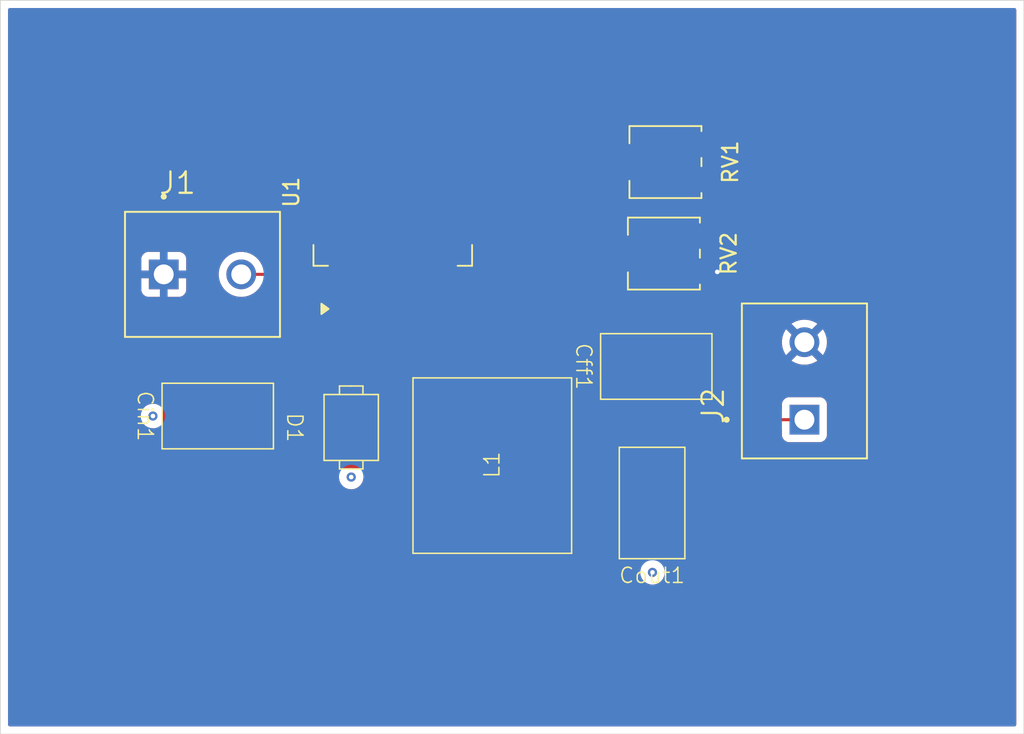
<source format=kicad_pcb>
(kicad_pcb (version 20241229) (generator "pcbnew") (generator_version "9.0")
  (layers (0 "F.Cu" signal) (2 "B.Cu" signal) (13 "F.Paste" user) (15 "B.Paste" user) (5 "F.SilkS" user "F.Silkscreen") (7 "B.SilkS" user "B.Silkscreen") (1 "F.Mask" user) (3 "B.Mask" user) (25 "Edge.Cuts" user))
  (net 0 "")
  (net 1 "Net-(U1-FB)")
  (net 2 "Net-(J2-Pin_1)")
  (net 3 "GND")
  (net 4 "Net-(J1-Pin_2)")
  (net 5 "Net-(D1-K)")
  (footprint "Potentiometer_SMD:Potentiometer_Bourns_3314J_Vertical" (layer "F.Cu") (at 64.5 34.6 -90)
    (property "Reference" "RV2" (at 0 -4.25 90) (layer "F.SilkS"))
    (property "Value" "R_Potentiometer_Trim")
    (fp_line (start -2.36 2.36) (end -2.36 -2.36) (stroke (width 0.12)) (layer "F.SilkS"))
    (fp_line (start -1.23 2.36) (end -2.36 2.36) (stroke (width 0.12)) (layer "F.SilkS"))
    (fp_line (start 2.36 2.36) (end 1.23 2.36) (stroke (width 0.12)) (layer "F.SilkS"))
    (fp_line (start -2.36 -2.36) (end -2.03 -2.36) (stroke (width 0.12)) (layer "F.SilkS"))
    (fp_line (start -0.27 -2.36) (end 0.27 -2.36) (stroke (width 0.12)) (layer "F.SilkS"))
    (fp_line (start 2.03 -2.36) (end 2.36 -2.36) (stroke (width 0.12)) (layer "F.SilkS"))
    (fp_line (start 2.36 -2.36) (end 2.36 2.36) (stroke (width 0.12)) (layer "F.SilkS"))
    (pad "1" smd roundrect (at 1.15 -2 270) (size 1.3 2) (layers "F.Cu" "F.Mask" "F.Paste") (roundrect_rratio 0.192308) (net 3 "GND"))
    (pad "2" smd roundrect (at 0 2 270) (size 2 2) (layers "F.Cu" "F.Mask" "F.Paste") (roundrect_rratio 0.125) (net 1 "Net-(U1-FB)"))
    (pad "3" smd roundrect (at -1.15 -2 270) (size 1.3 2) (layers "F.Cu" "F.Mask" "F.Paste") (roundrect_rratio 0.192308))
  )
  (footprint "aeroponics:36561040M101T" (layer "F.Cu") (at 53.225 48.45 90)
    (property "Reference" "L1" (at 0 0 90) (layer "F.SilkS") (effects (font (thickness 0.1))))
    (property "Value" "L")
    (fp_line (start 5.7 -5.175) (end 5.7 5.225) (stroke (width 0.1)) (layer "F.SilkS"))
    (fp_line (start -5.8 -5.175) (end 5.7 -5.175) (stroke (width 0.1)) (layer "F.SilkS"))
    (fp_line (start 5.7 5.225) (end -5.8 5.225) (stroke (width 0.1)) (layer "F.SilkS"))
    (fp_line (start -5.8 5.225) (end -5.8 -5.175) (stroke (width 0.1)) (layer "F.SilkS"))
    (pad "1" smd roundrect (at 0 -4.575 90) (size 1.75 1.55) (layers "F.Cu" "F.Mask" "F.Paste") (roundrect_rratio 0.15) (net 5 "Net-(D1-K)"))
    (pad "2" smd roundrect (at 0 4.625 90) (size 1.75 1.55) (layers "F.Cu" "F.Mask" "F.Paste") (roundrect_rratio 0.15) (net 2 "Net-(J2-Pin_1)"))
  )
  (footprint "aeroponics:MBRS360T3G" (layer "F.Cu") (at 44 46 -90)
    (property "Reference" "D1" (at 0 3.7 270) (layer "F.SilkS") (effects (font (thickness 0.1))))
    (property "Value" "D")
    (fp_line (start -2.16 1.78) (end -2.16 -1.78) (stroke (width 0.1)) (layer "F.SilkS"))
    (fp_line (start 2.16 1.78) (end -2.16 1.78) (stroke (width 0.1)) (layer "F.SilkS"))
    (fp_line (start -2.72 0.77) (end -2.19531 0.77) (stroke (width 0.1)) (layer "F.SilkS"))
    (fp_line (start 2.72 0.77) (end 2.19531 0.77) (stroke (width 0.1)) (layer "F.SilkS"))
    (fp_line (start -2.72 0) (end -2.72 0.77) (stroke (width 0.1)) (layer "F.SilkS"))
    (fp_line (start -2.72 0) (end -2.72 -0.77) (stroke (width 0.1)) (layer "F.SilkS"))
    (fp_line (start 2.72 0) (end 2.72 0.77) (stroke (width 0.1)) (layer "F.SilkS"))
    (fp_line (start 2.72 0) (end 2.72 -0.77) (stroke (width 0.1)) (layer "F.SilkS"))
    (fp_line (start -2.72 -0.77) (end -2.2 -0.77) (stroke (width 0.1)) (layer "F.SilkS"))
    (fp_line (start 2.72 -0.77) (end 2.2 -0.77) (stroke (width 0.1)) (layer "F.SilkS"))
    (fp_line (start -2.16 -1.78) (end 2.16 -1.78) (stroke (width 0.1)) (layer "F.SilkS"))
    (fp_line (start 2.16 -1.78) (end 2.16 1.78) (stroke (width 0.1)) (layer "F.SilkS"))
    (pad "1" smd roundrect (at -2.4 0 270) (size 0.56 1.53) (layers "F.Cu" "F.Mask" "F.Paste") (roundrect_rratio 0.15) (net 5 "Net-(D1-K)"))
    (pad "2" smd roundrect (at 2.4 0 270) (size 0.56 1.53) (layers "F.Cu" "F.Mask" "F.Paste") (roundrect_rratio 0.15) (net 3 "GND"))
  )
  (footprint "Package_TO_SOT_SMD:TO-263-5_TabPin3" (layer "F.Cu") (at 46.725 30.575 90)
    (property "Reference" "U1" (at 0 -6.65 90) (layer "F.SilkS"))
    (property "Value" "LM2596S-ADJ")
    (fp_line (start -3.46 -5.2) (end -4.825 -5.2) (stroke (width 0.12)) (layer "F.SilkS"))
    (fp_line (start -4.825 -5.2) (end -4.825 -4.25) (stroke (width 0.12)) (layer "F.SilkS"))
    (fp_line (start -3.46 5.2) (end -4.825 5.2) (stroke (width 0.12)) (layer "F.SilkS"))
    (fp_line (start -4.825 5.2) (end -4.825 4.25) (stroke (width 0.12)) (layer "F.SilkS"))
    (fp_poly (pts (xy -7.65 -4.21) (xy -7.99 -4.68) (xy -7.31 -4.68)) (stroke (width 0.12)) (fill yes) (layer "F.SilkS"))
    (pad "1" smd roundrect (at -7.65 -3.4 90) (size 4.6 1.1) (layers "F.Cu" "F.Mask" "F.Paste") (roundrect_rratio 0.227273) (net 4 "Net-(J1-Pin_2)"))
    (pad "2" smd roundrect (at -7.65 -1.7 90) (size 4.6 1.1) (layers "F.Cu" "F.Mask" "F.Paste") (roundrect_rratio 0.227273) (net 5 "Net-(D1-K)"))
    (pad "3" smd roundrect (at -7.65 0 90) (size 4.6 1.1) (layers "F.Cu" "F.Mask" "F.Paste") (roundrect_rratio 0.227273) (net 3 "GND"))
    (pad "3" smd roundrect (at 1.5 0 90) (size 9.4 10.8) (layers "F.Cu" "F.Mask") (roundrect_rratio 0.026596) (net 3 "GND"))
    (pad "4" smd roundrect (at -7.65 1.7 90) (size 4.6 1.1) (layers "F.Cu" "F.Mask" "F.Paste") (roundrect_rratio 0.227273) (net 1 "Net-(U1-FB)"))
    (pad "5" smd roundrect (at -7.65 3.4 90) (size 4.6 1.1) (layers "F.Cu" "F.Mask" "F.Paste") (roundrect_rratio 0.227273) (net 3 "GND"))
  )
  (footprint "aeroponics:terminal-block-2-pole-TB006-508-02BE" (layer "F.Cu") (at 31.71 35.9625)
    (property "Reference" "J1" (at 0.905 -5.989 0) (layer "F.SilkS") (effects (font (size 1.4 1.4))))
    (property "Value" "Screw_Terminal_01x02" (hide yes))
    (fp_line (start -2.54 -4.1) (end 7.62 -4.1) (stroke (width 0.127)) (layer "F.SilkS"))
    (fp_line (start -2.54 4.1) (end -2.54 -4.1) (stroke (width 0.127)) (layer "F.SilkS"))
    (fp_line (start 7.62 -4.1) (end 7.62 4.1) (stroke (width 0.127)) (layer "F.SilkS"))
    (fp_line (start 7.62 4.1) (end -2.54 4.1) (stroke (width 0.127)) (layer "F.SilkS"))
    (fp_circle (center 0 -5.1) (end 0.1 -5.1) (stroke (width 0.2)) (fill no) (layer "F.SilkS"))
    (pad "1" thru_hole rect (at 0 0) (size 1.95 1.95) (drill 1.3) (layers "*.Cu" "*.Mask") (net 3 "GND"))
    (pad "2" thru_hole circle (at 5.08 0) (size 1.95 1.95) (drill 1.3) (layers "*.Cu" "*.Mask") (net 4 "Net-(J1-Pin_2)"))
  )
  (footprint "aeroponics:TPME158K004R0015" (layer "F.Cu") (at 63.725 50.95)
    (property "Reference" "Cout1" (at 0 4.75 0) (layer "F.SilkS") (effects (font (thickness 0.1))))
    (property "Value" "C")
    (fp_line (start -2.15 -3.65) (end -2.15 3.65) (stroke (width 0.1)) (layer "F.SilkS"))
    (fp_line (start -2.15 -3.65) (end 2.15 -3.65) (stroke (width 0.1)) (layer "F.SilkS"))
    (fp_line (start 2.15 -3.65) (end 2.15 3.65) (stroke (width 0.1)) (layer "F.SilkS"))
    (fp_line (start 2.15 3.65) (end -2.15 3.65) (stroke (width 0.1)) (layer "F.SilkS"))
    (pad "1" smd roundrect (at 0 -3) (size 1.905 1.27) (layers "F.Cu" "F.Mask" "F.Paste") (roundrect_rratio 0.15) (net 2 "Net-(J2-Pin_1)"))
    (pad "2" smd roundrect (at 0 3) (size 1.905 1.27) (layers "F.Cu" "F.Mask" "F.Paste") (roundrect_rratio 0.15) (net 3 "GND"))
  )
  (footprint "aeroponics:TPME158K004R0015" (layer "F.Cu") (at 35.25 45.25 -90)
    (property "Reference" "Cin1" (at 0 4.75 270) (layer "F.SilkS") (effects (font (thickness 0.1))))
    (property "Value" "C")
    (fp_line (start 2.15 3.65) (end -2.15 3.65) (stroke (width 0.1)) (layer "F.SilkS"))
    (fp_line (start -2.15 -3.65) (end -2.15 3.65) (stroke (width 0.1)) (layer "F.SilkS"))
    (fp_line (start -2.15 -3.65) (end 2.15 -3.65) (stroke (width 0.1)) (layer "F.SilkS"))
    (fp_line (start 2.15 -3.65) (end 2.15 3.65) (stroke (width 0.1)) (layer "F.SilkS"))
    (pad "1" smd roundrect (at 0 -3 270) (size 1.905 1.27) (layers "F.Cu" "F.Mask" "F.Paste") (roundrect_rratio 0.15) (net 4 "Net-(J1-Pin_2)"))
    (pad "2" smd roundrect (at 0 3 270) (size 1.905 1.27) (layers "F.Cu" "F.Mask" "F.Paste") (roundrect_rratio 0.15) (net 3 "GND"))
  )
  (footprint "Potentiometer_SMD:Potentiometer_Bourns_3314J_Vertical" (layer "F.Cu") (at 64.6 28.6 -90)
    (property "Reference" "RV1" (at 0 -4.25 90) (layer "F.SilkS"))
    (property "Value" "R_Potentiometer_Trim")
    (fp_line (start -2.36 2.36) (end -2.36 -2.36) (stroke (width 0.12)) (layer "F.SilkS"))
    (fp_line (start -1.23 2.36) (end -2.36 2.36) (stroke (width 0.12)) (layer "F.SilkS"))
    (fp_line (start 2.36 2.36) (end 1.23 2.36) (stroke (width 0.12)) (layer "F.SilkS"))
    (fp_line (start -2.36 -2.36) (end -2.03 -2.36) (stroke (width 0.12)) (layer "F.SilkS"))
    (fp_line (start -0.27 -2.36) (end 0.27 -2.36) (stroke (width 0.12)) (layer "F.SilkS"))
    (fp_line (start 2.03 -2.36) (end 2.36 -2.36) (stroke (width 0.12)) (layer "F.SilkS"))
    (fp_line (start 2.36 -2.36) (end 2.36 2.36) (stroke (width 0.12)) (layer "F.SilkS"))
    (pad "1" smd roundrect (at 1.15 -2 270) (size 1.3 2) (layers "F.Cu" "F.Mask" "F.Paste") (roundrect_rratio 0.192308) (net 2 "Net-(J2-Pin_1)"))
    (pad "2" smd roundrect (at 0 2 270) (size 2 2) (layers "F.Cu" "F.Mask" "F.Paste") (roundrect_rratio 0.125) (net 1 "Net-(U1-FB)"))
    (pad "3" smd roundrect (at -1.15 -2 270) (size 1.3 2) (layers "F.Cu" "F.Mask" "F.Paste") (roundrect_rratio 0.192308))
  )
  (footprint "aeroponics:terminal-block-2-pole-TB006-508-02BE" (layer "F.Cu") (at 73.7125 45.49 90)
    (property "Reference" "J2" (at 0.905 -5.989 90) (layer "F.SilkS") (effects (font (size 1.4 1.4))))
    (property "Value" "Screw_Terminal_01x02")
    (fp_line (start 7.62 -4.1) (end 7.62 4.1) (stroke (width 0.127)) (layer "F.SilkS"))
    (fp_line (start -2.54 -4.1) (end 7.62 -4.1) (stroke (width 0.127)) (layer "F.SilkS"))
    (fp_line (start 7.62 4.1) (end -2.54 4.1) (stroke (width 0.127)) (layer "F.SilkS"))
    (fp_line (start -2.54 4.1) (end -2.54 -4.1) (stroke (width 0.127)) (layer "F.SilkS"))
    (fp_circle (center 0 -5.1) (end 0.1 -5.1) (stroke (width 0.2)) (fill no) (layer "F.SilkS"))
    (pad "1" thru_hole rect (at 0 0 90) (size 1.95 1.95) (drill 1.3) (layers "*.Cu" "*.Mask") (net 2 "Net-(J2-Pin_1)"))
    (pad "2" thru_hole circle (at 5.08 0 90) (size 1.95 1.95) (drill 1.3) (layers "*.Cu" "*.Mask") (net 3 "GND"))
  )
  (footprint "aeroponics:TPME158K004R0015" (layer "F.Cu") (at 64 42 -90)
    (property "Reference" "Cff1" (at 0 4.75 270) (layer "F.SilkS") (effects (font (thickness 0.1))))
    (property "Value" "C")
    (fp_line (start 2.15 3.65) (end -2.15 3.65) (stroke (width 0.1)) (layer "F.SilkS"))
    (fp_line (start -2.15 -3.65) (end -2.15 3.65) (stroke (width 0.1)) (layer "F.SilkS"))
    (fp_line (start -2.15 -3.65) (end 2.15 -3.65) (stroke (width 0.1)) (layer "F.SilkS"))
    (fp_line (start 2.15 -3.65) (end 2.15 3.65) (stroke (width 0.1)) (layer "F.SilkS"))
    (pad "1" smd roundrect (at 0 -3 270) (size 1.905 1.27) (layers "F.Cu" "F.Mask" "F.Paste") (roundrect_rratio 0.15) (net 2 "Net-(J2-Pin_1)"))
    (pad "2" smd roundrect (at 0 3 270) (size 1.905 1.27) (layers "F.Cu" "F.Mask" "F.Paste") (roundrect_rratio 0.15) (net 1 "Net-(U1-FB)"))
  )
  (gr_rect (start 21 18) (end 88.1 66.1) (stroke (width 0.05)) (fill no) (layer "Edge.Cuts"))
  (via (at 44 49.25) (size 0.6) (drill 0.3) (layers "F.Cu" "B.Cu") (net 0))
  (via (at 63.75 55.5) (size 0.6) (drill 0.3) (layers "F.Cu" "B.Cu") (net 0))
  (via (at 31 45.25) (size 0.6) (drill 0.3) (layers "F.Cu" "B.Cu") (net 0))
  (segment (start 58.75 29.25) (end 58.75 34.3) (width 0.2) (layer "F.Cu") (net 1))
  (segment (start 59 40) (end 61 42) (width 0.2) (layer "F.Cu") (net 1))
  (segment (start 61.2 34.6) (end 59 36.8) (width 0.2) (layer "F.Cu") (net 1))
  (segment (start 59.4 28.6) (end 58.75 29.25) (width 0.2) (layer "F.Cu") (net 1))
  (segment (start 48.425 40.675) (end 49.75 42) (width 0.2) (layer "F.Cu") (net 1))
  (segment (start 49.75 42) (end 61 42) (width 0.2) (layer "F.Cu") (net 1))
  (segment (start 59 36.8) (end 59 40) (width 0.2) (layer "F.Cu") (net 1))
  (segment (start 48.425 38.225) (end 48.425 40.675) (width 0.2) (layer "F.Cu") (net 1))
  (segment (start 62.6 28.6) (end 59.4 28.6) (width 0.2) (layer "F.Cu") (net 1))
  (segment (start 59.05 34.6) (end 62.5 34.6) (width 0.2) (layer "F.Cu") (net 1))
  (segment (start 58.75 34.3) (end 59.05 34.6) (width 0.2) (layer "F.Cu") (net 1))
  (segment (start 62.5 34.6) (end 61.2 34.6) (width 0.2) (layer "F.Cu") (net 1))
  (segment (start 63 47.225) (end 63.725 47.95) (width 0.2) (layer "F.Cu") (net 2))
  (segment (start 63 46.75) (end 63 47.225) (width 0.2) (layer "F.Cu") (net 2))
  (segment (start 69 32.15) (end 69 41.25) (width 0.2) (layer "F.Cu") (net 2))
  (segment (start 63.225 48.45) (end 63.725 47.95) (width 0.2) (layer "F.Cu") (net 2))
  (segment (start 57.85 48.45) (end 59.3 48.45) (width 0.2) (layer "F.Cu") (net 2))
  (segment (start 68.5 42.75) (end 67.75 42.75) (width 0.2) (layer "F.Cu") (net 2))
  (segment (start 68.25 42) (end 67 42) (width 0.2) (layer "F.Cu") (net 2))
  (segment (start 67.75 42.75) (end 67 42) (width 0.2) (layer "F.Cu") (net 2))
  (segment (start 66.6 29.75) (end 69 32.15) (width 0.2) (layer "F.Cu") (net 2))
  (segment (start 61 46.75) (end 63 46.75) (width 0.2) (layer "F.Cu") (net 2))
  (segment (start 59.3 48.45) (end 61 46.75) (width 0.2) (layer "F.Cu") (net 2))
  (segment (start 68.5 44.5) (end 68.5 42.75) (width 0.2) (layer "F.Cu") (net 2))
  (segment (start 63.725 47.95) (end 65.05 47.95) (width 0.2) (layer "F.Cu") (net 2))
  (segment (start 69 41.25) (end 68.25 42) (width 0.2) (layer "F.Cu") (net 2))
  (segment (start 69.49 45.49) (end 68.5 44.5) (width 0.2) (layer "F.Cu") (net 2))
  (segment (start 73.7125 45.49) (end 69.49 45.49) (width 0.2) (layer "F.Cu") (net 2))
  (segment (start 65.05 47.95) (end 68.5 44.5) (width 0.2) (layer "F.Cu") (net 2))
  (via (at 68 35.8) (size 0.6) (drill 0.3) (layers "F.Cu" "B.Cu") (net 3))
  (segment (start 38.25 45.25) (end 38.25 43.3) (width 0.2) (layer "F.Cu") (net 4))
  (segment (start 41.0625 35.9625) (end 43.325 38.225) (width 0.2) (layer "F.Cu") (net 4))
  (segment (start 36.79 35.9625) (end 41.0625 35.9625) (width 0.2) (layer "F.Cu") (net 4))
  (segment (start 38.25 43.3) (end 43.325 38.225) (width 0.2) (layer "F.Cu") (net 4))
  (segment (start 45.75 42) (end 45.025 42) (width 0.2) (layer "F.Cu") (net 5))
  (segment (start 45.025 42.575) (end 45.025 42) (width 0.2) (layer "F.Cu") (net 5))
  (segment (start 46.5 46.75) (end 46.5 42.75) (width 0.2) (layer "F.Cu") (net 5))
  (segment (start 46.5 42.75) (end 45.75 42) (width 0.2) (layer "F.Cu") (net 5))
  (segment (start 45.225 38.425) (end 45.025 38.225) (width 0.2) (layer "F.Cu") (net 5))
  (segment (start 45.025 42) (end 45.025 38.225) (width 0.2) (layer "F.Cu") (net 5))
  (segment (start 48.65 48.45) (end 48.2 48.45) (width 0.2) (layer "F.Cu") (net 5))
  (segment (start 48.2 48.45) (end 46.5 46.75) (width 0.2) (layer "F.Cu") (net 5))
  (segment (start 44 43.6) (end 45.025 42.575) (width 0.2) (layer "F.Cu") (net 5))
  (zone (net 3) (net_name "GND") (layers "F.Cu" "B.Cu") (connect_pads (clearance 0.5)) (min_thickness 0.25) (fill yes (thermal_gap 0.5) (thermal_bridge_width 0.5))
    (polygon (pts (xy 88 18) (xy 21 18) (xy 21 66) (xy 88 66)))
  )
)
</source>
